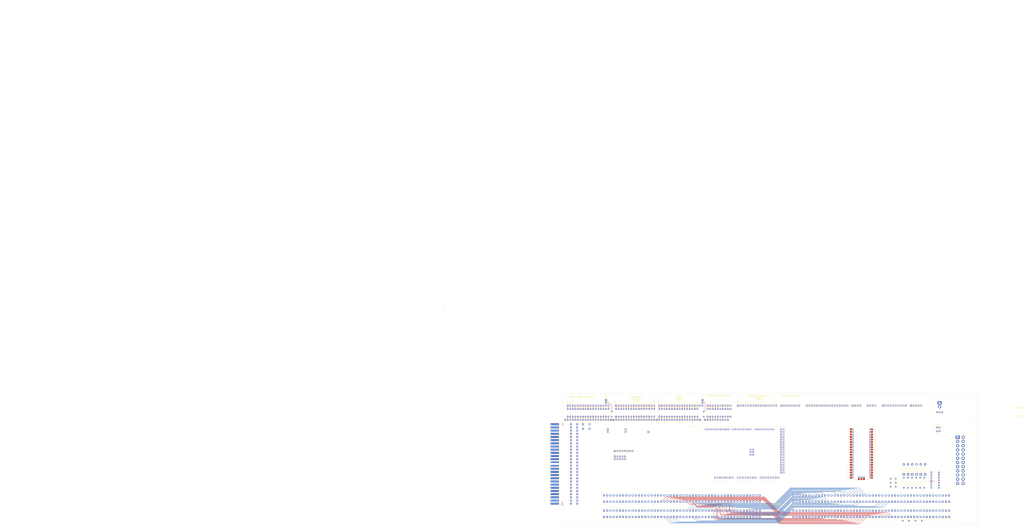
<source format=kicad_pcb>
(kicad_pcb (version 20221018) (generator pcbnew)
  (title_block (title "Nova 1200 front panel") (date "2019-05-19") (rev "Rev 3") (company "Marcel van Herk") (comment 1 "Suitable for Arduino Nano or Teensy 3.2") (comment 2 "Fix: remove track to C19 and connected to VCC instead") (comment 3 "Fix: correctly connect AC3 switch, correct SCK, SSCK") (comment 4 "Fix: switch holes 1.4, serial/light, cloop"))
  (layers (0 "F.Cu" signal) (31 "B.Cu" signal) (36 "B.SilkS" user "B.Silkscreen") (37 "F.SilkS" user "F.Silkscreen") (38 "B.Mask" user) (39 "F.Mask" user) (44 "Edge.Cuts" user))
  (net 0 "")
  (net 1 "GND")
  (net 2 "~{PL}")
  (net 3 "~{CON RQ}")
  (net 4 "Net-(C3-Pad1)")
  (net 5 "Net-(C4-Pad1)")
  (net 6 "Net-(C5-Pad1)")
  (net 7 "+5V")
  (net 8 "Net-(D1-A)")
  (net 9 "Net-(D2-K)")
  (net 10 "Net-(D3-A)")
  (net 11 "Net-(D4-K)")
  (net 12 "Net-(D5-A)")
  (net 13 "Net-(D6-K)")
  (net 14 "~{MEM15}")
  (net 15 "~{MEM14}")
  (net 16 "~{MBO13}")
  (net 17 "~{MEM12}")
  (net 18 "~{MBO11}")
  (net 19 "~{MEM9}")
  (net 20 "~{MBO9}")
  (net 21 "~{MBO7}")
  (net 22 "~{MEM6}")
  (net 23 "~{MBO5}")
  (net 24 "~{MBO14}")
  (net 25 "~{MEM2}")
  (net 26 "~{MBO1}")
  (net 27 "~{MBO2}")
  (net 28 "~{MBO4}")
  (net 30 "~{MBO8}")
  (net 31 "RESTART ENABLE")
  (net 32 "~{RST}")
  (net 33 "~{CON INST}")
  (net 34 "~{ISTP}")
  (net 35 "~{ION}")
  (net 36 "~{RUN}")
  (net 37 "~{MBO15}")
  (net 38 "~{MEM13}")
  (net 39 "~{MBO12}")
  (net 40 "~{MEM11}")
  (net 41 "~{MEM10}")
  (net 42 "+12V Lamp")
  (net 43 "~{MEM8}")
  (net 44 "~{MBO6}")
  (net 45 "~{MEM5}")
  (net 46 "~{MEM4}")
  (net 47 "~{MBO3}")
  (net 48 "~{MEM0}")
  (net 49 "~{MEM1}")
  (net 50 "~{MEM7}")
  (net 51 "~{MEM3}")
  (net 52 "~{MBO10}")
  (net 53 "~{STOP}")
  (net 54 "~{CON DATA}")
  (net 55 "~{CONT+ISTP+MSTP}")
  (net 56 "~{MSTP}")
  (net 57 "~{CARRY}")
  (net 58 "~{FETCH}")
  (net 59 "~{EXEC}")
  (net 60 "~{DEFER}")
  (net 61 "~{POWER FAIL}")
  (net 64 "+5V OK")
  (net 65 "MEM OK")
  (net 70 "Entrex P10.19")
  (net 72 "Entrex P10.30")
  (net 73 "~{MSKO}")
  (net 74 "INTA")
  (net 75 "DATIB")
  (net 76 "DATIA")
  (net 77 "~{DS3}")
  (net 78 "~{EXT LOAD}")
  (net 79 "DATOC")
  (net 80 "CLR")
  (net 81 "STRT")
  (net 82 "DATIC")
  (net 83 "DATOB")
  (net 85 "DATOA")
  (net 87 "~{DCHA}")
  (net 89 "~{DS4}")
  (net 91 "~{DS5}")
  (net 93 "~{DS2}")
  (net 95 "~{DS1}")
  (net 97 "IO RST")
  (net 99 "~{DS0}")
  (net 100 "LOAD IR")
  (net 101 "IO PLS")
  (net 104 "~{LOAD AC}")
  (net 107 "~{SELD}")
  (net 109 "~{SELB}")
  (net 112 "~{FORCE LOAD IR}")
  (net 114 "~{MD SEL1}")
  (net 116 "~{WAS JSR}")
  (net 118 "~{DIV}")
  (net 119 "~{TEST}")
  (net 124 "~{WHOA}")
  (net 125 "~{MA LOAD}")
  (net 130 "~{DCHM0}")
  (net 132 "STROBE")
  (net 133 "~{DCHM1}")
  (net 134 "unconnected-(J3-Pin_23-Pad23)")
  (net 137 "~{INTR}")
  (net 138 "INHIBIT")
  (net 140 "DCHO")
  (net 142 "~{DCHR}")
  (net 144 "DCHI")
  (net 146 "OVFLO")
  (net 148 "~{RQENB}")
  (net 149 "~{INH TRANS}")
  (net 151 "CLK FLOP")
  (net 154 "Entrex Backplane S01B53 to S13B53")
  (net 156 "~{DATA7}")
  (net 157 "~{DATA14}")
  (net 158 "~{DATA5}")
  (net 159 "~{DATA11}")
  (net 160 "~{DATA12}")
  (net 161 "~{DATA8}")
  (net 162 "~{DATA4}")
  (net 163 "~{DATA0}")
  (net 164 "~{DATA9}")
  (net 165 "~{DATA13}")
  (net 166 "~{DATA1}")
  (net 167 "~{DATA15}")
  (net 169 "~{SKIP}")
  (net 171 "~{DATA3}")
  (net 172 "MB LOAD")
  (net 173 "~{DATA10}")
  (net 175 "~{MBO0}")
  (net 178 "~{DATA2}")
  (net 179 "~{READ IO}")
  (net 182 "~{MB CLEAR}")
  (net 183 "~{READ1}")
  (net 184 "~{DRIVE IO}")
  (net 186 "~{READ2}")
  (net 187 "~{SHIFT3}")
  (net 189 "~{SHIFT2}")
  (net 190 "~{SHIFT0}")
  (net 191 "~{DATA6}")
  (net 192 "~{SHIFT1}")
  (net 193 "+3v3")
  (net 194 "GND After Meter")
  (net 195 "PWR_OK")
  (net 198 "Power SW")
  (net 204 "RINH0")
  (net 205 "-5V")
  (net 206 "RINH1")
  (net 207 "INH GND")
  (net 208 "RINH2")
  (net 209 "+VINH")
  (net 210 "RINH3")
  (net 212 "RINH4")
  (net 213 "RINH5")
  (net 214 "RINH7")
  (net 215 "RINH6")
  (net 216 "RINH8")
  (net 217 "RINH11")
  (net 218 "RINH10")
  (net 219 "RINH9")
  (net 220 "RINH13")
  (net 221 "RINH15")
  (net 222 "RINH12")
  (net 223 "RINH14")
  (net 252 "~{DCHP OUT}")
  (net 253 "~{DCHP IN}")
  (net 254 "~{INTP OUT}")
  (net 255 "~{INTP IN}")
  (net 256 "60Hz")
  (net 257 "~{BMA LOAD}")
  (net 270 "+V MEM")
  (net 279 "~{RELOAD DISABLE}")
  (net 280 "ROS")
  (net 281 "~{EXT SELECT}")
  (net 282 "~{INHIBIT SELECT}")
  (net 287 "Net-(XA1-RESET)")
  (net 288 "Net-(U1-Pad13)")
  (net 289 "Net-(U1-Pad11)")
  (net 290 "Net-(U1-Pad6)")
  (net 291 "UART_TX")
  (net 292 "UART_RX")
  (net 359 "Logic1")
  (net 360 "Logic2")
  (net 361 "Logic3")
  (net 362 "Logic4")
  (net 363 "Logic5")
  (net 364 "Logic6")
  (net 365 "Logic7")
  (net 366 "Logic8")
  (net 369 "Net-(RN1-R1)")
  (net 370 "Net-(RN1-R2)")
  (net 371 "Net-(RN1-R3)")
  (net 372 "Net-(RN1-R4)")
  (net 373 "Net-(RN1-R5)")
  (net 374 "Net-(RN1-R6)")
  (net 375 "Net-(RN1-R7)")
  (net 376 "Net-(RN1-R8)")
  (net 377 "Net-(RN1-R9)")
  (net 378 "Net-(RN2-R8)")
  (net 379 "Net-(RN2-R7)")
  (net 380 "Net-(RN2-R6)")
  (net 381 "Net-(RN2-R5)")
  (net 382 "Net-(RN2-R4)")
  (net 383 "Net-(RN2-R3)")
  (net 384 "Net-(RN2-R2)")
  (net 385 "Net-(RN2-R1)")
  (net 386 "Net-(D7-K)")
  (net 387 "Net-(RN3-R1)")
  (net 388 "Net-(RN3-R2)")
  (net 389 "Net-(RN3-R3)")
  (net 390 "Net-(RN3-R4)")
  (net 391 "Net-(RN3-R5)")
  (net 392 "Net-(RN3-R6)")
  (net 393 "Net-(RN3-R7)")
  (net 394 "Net-(RN3-R8)")
  (net 395 "Net-(RN3-R9)")
  (net 396 "Net-(RN4-R7)")
  (net 397 "Net-(RN4-R1)")
  (net 398 "Net-(RN4-R2)")
  (net 399 "Net-(RN4-R3)")
  (net 400 "Net-(RN4-R4)")
  (net 401 "Net-(RN4-R5)")
  (net 402 "Net-(RN4-R6)")
  (net 403 "Net-(RN5-R1)")
  (net 404 "Net-(RN5-R2)")
  (net 405 "Net-(RN5-R3)")
  (net 406 "Net-(RN5-R4)")
  (net 407 "Net-(RN5-R5)")
  (net 408 "Net-(RN5-R6)")
  (net 409 "Net-(RN5-R7)")
  (net 410 "Net-(RN5-R8)")
  (net 411 "Net-(RN5-R9)")
  (net 412 "Net-(RN6-R7)")
  (net 413 "Net-(RN6-R1)")
  (net 414 "Net-(RN6-R2)")
  (net 415 "Net-(RN6-R3)")
  (net 416 "Net-(RN6-R4)")
  (net 417 "Net-(RN6-R5)")
  (net 418 "Net-(RN6-R6)")
  (net 419 "Net-(D8-K)")
  (net 420 "Net-(RN7-R1)")
  (net 421 "Net-(RN7-R2)")
  (net 422 "Net-(RN7-R3)")
  (net 423 "Net-(RN7-R4)")
  (net 424 "Net-(RN7-R5)")
  (net 425 "Net-(RN7-R6)")
  (net 426 "Net-(RN7-R7)")
  (net 427 "Net-(RN7-R8)")
  (net 428 "Net-(RN7-R9)")
  (footprint "Button_Switch_Keyboard:nova frontpanel layout" (layer "F.Cu") (at -309.245 -307.34)
    (fp_text reference "FPIMAGE1" hide)
    (fp_text value "MountingHole" hide)
  )
  (footprint "Resistor_THT:R_Array_SIP10" (layer "F.Cu") (at 30.48 46.99)
    (fp_text reference "RN1" hide)
    (fp_text value "R_Network09_US" hide)
  )
  (footprint "Connector_PinHeader_2.54mm:PinHeader_1x02_P2.54mm_Vertical" (layer "F.Cu") (at 404.485 58.42 -90)
    (fp_text reference "JP4")
    (fp_text value "Vipass Ammeter")
  )
  (footprint "Connector_PinHeader_2.54mm:PinHeader_1x02_P2.54mm_Vertical" (layer "F.Cu") (at 73.025 56.515)
    (fp_text reference "JP2")
    (fp_text value "Entrex ~{M CON DATA}")
  )
  (footprint "Resistor_THT:R_Axial_DIN0207_L6.3mm_D2.5mm_P10.16mm_Horizontal" (layer "F.Cu") (at 376.95 114.935 90)
    (fp_text reference "R3")
    (fp_text value "4.7k")
  )
  (footprint "Resistor_THT:R_Array_SIP10" (layer "F.Cu") (at 170.18 46.99)
    (fp_text reference "RN7" hide)
    (fp_text value "R_Network09_US" hide)
  )
  (footprint "Capacitor_THT:C_Disc_D6.0mm_W2.5mm_P5.00mm" (layer "F.Cu") (at 355.6 113.905)
    (fp_text reference "C5")
    (fp_text value "C")
  )
  (footprint "Resistor_THT:R_Axial_DIN0207_L6.3mm_D2.5mm_P10.16mm_Horizontal" (layer "F.Cu") (at 368.78 104.775 -90)
    (fp_text reference "R1")
    (fp_text value "1k")
  )
  (footprint "Connector_PinHeader_2.54mm:PinHeader_1x02_P2.54mm_Vertical" (layer "F.Cu") (at 90.805 56.515)
    (fp_text reference "JP3")
    (fp_text value "Entrex ~{M CON INST}")
  )
  (footprint "Forgotten Machines:XK-001_Volt-Amp_Meter - Backside" (layer "F.Cu") (at 419.735 36.195)
    (fp_text reference "MES1" hide)
    (fp_text value "XK-001")
  )
  (footprint "Forgotten Machines:LED Bar 10" (layer "F.Cu") (at 81.28 43.815)
    (fp_text reference "BAR3" hide)
    (fp_text value "LED Bar 10" hide)
  )
  (footprint "Connector_PinHeader_2.54mm:PinHeader_1x10_P2.54mm_Vertical" (layer "F.Cu") (at 347.98 32.639 90)
    (fp_text reference "J11" hide)
    (fp_text value "CPU Option Inputs")
  )
  (footprint "Diode_THT:D_DO-41_SOD81_P10.16mm_Horizontal" (layer "F.Cu") (at 381.48 101.6 90)
    (fp_text reference "D4")
    (fp_text value "1N4004")
  )
  (footprint "Resistor_THT:R_Array_SIP9" (layer "F.Cu") (at 76.2 46.99 180)
    (fp_text reference "RN2" hide)
    (fp_text value "R_Network08_US")
  )
  (footprint "Connector_PinHeader_2.54mm:PinHeader_1x05_P2.54mm_Vertical" (layer "F.Cu") (at 375.92 32.766 90)
    (fp_text reference "J17" hide)
    (fp_text value "CPU Option Outputs")
  )
  (footprint "Resistor_THT:R_Array_SIP10" (layer "F.Cu") (at 78.74 46.99)
    (fp_text reference "RN3" hide)
    (fp_text value "R_Network09_US" hide)
  )
  (footprint "Resistor_THT:R_Axial_DIN0207_L6.3mm_D2.5mm_P10.16mm_Horizontal" (layer "F.Cu") (at 381 114.935 90)
    (fp_text reference "R4")
    (fp_text value "4.7k")
  )
  (footprint "Connector_PinHeader_2.54mm:PinHeader_1x17_P2.54mm_Vertical" (layer "F.Cu") (at 33.02 32.766 90)
    (fp_text reference "J9" hide)
    (fp_text value "Front Panel Controls")
  )
  (footprint "Forgotten Machines:RPi_Pico_SMD_TH" (layer "F.Cu") (at 326.39 80.645)
    (fp_text reference "U2")
    (fp_text value "Pico")
  )
  (footprint "Forgotten Machines:PinHeader_2x05_P2.54mm_Vertical - Backside" (layer "F.Cu") (at 80.01 83.693 90)
    (fp_text reference "J19" hide)
    (fp_text value "Logic 8 CH")
  )
  (footprint "Forgotten Machines:LED Bar 10" (layer "F.Cu") (at 124.46 43.815)
    (fp_text reference "BAR5" hide)
    (fp_text value "LED Bar 10" hide)
  )
  (footprint "Resistor_THT:R_Array_SIP10" (layer "F.Cu") (at 121.92 46.99)
    (fp_text reference "RN5" hide)
    (fp_text value "R_Network09_US" hide)
  )
  (footprint "Resistor_THT:R_Axial_DIN0207_L6.3mm_D2.5mm_P10.16mm_Horizontal" (layer "F.Cu") (at 385.05 114.935 90)
    (fp_text reference "R5")
    (fp_text value "10k")
  )
  (footprint "Forgotten Machines:DG Nova Front Panel Card Edge" (layer "F.Cu") (at 18.23 90.915)
    (fp_text reference "J5" hide)
    (fp_text value "Front Panel Card Edge" hide)
    (fp_line (start -2.42 -41.295) (end -2.42 -0.795) (stroke (width 0.05)) (layer "Edge.Cuts"))
    (fp_line (start -2.42 -0.795) (end 12.58 -0.795) (stroke (width 0.05)) (layer "Edge.Cuts"))
    (fp_line (start -2.42 1.205) (end 12.58 1.205) (stroke (width 0.05)) (layer "Edge.Cuts"))
    (fp_line (start -2.42 41.705) (end -2.42 1.205) (stroke (width 0.05)) (layer "Edge.Cuts"))
    (fp_line (start -1.42 -42.295) (end 8.58 -42.295) (stroke (width 0.05)) (layer "Edge.Cuts"))
    (fp_line (start -1.42 42.705) (end 8.58 42.705) (stroke (width 0.05)) (layer "Edge.Cuts"))
    (fp_line (start 9.58 -43.295) (end 9.58 -55.795) (stroke (width 0.05)) (layer "Edge.Cuts"))
    (fp_line (start 9.58 43.705) (end 9.58 56.205) (stroke (width 0.05)) (layer "Edge.Cuts"))
    (fp_arc (start -2.42 -41.295) (mid -2.127102 -42.002102) (end -1.42 -42.295) (stroke (width 0.05)) (layer "Edge.Cuts"))
    (fp_arc (start -1.42 42.705) (mid -2.127109 42.412109) (end -2.42 41.705) (stroke (width 0.05)) (layer "Edge.Cuts"))
    (fp_arc (start 8.58 42.705) (mid 9.287107 42.997893) (end 9.58 43.705) (stroke (width 0.05)) (layer "Edge.Cuts"))
    (fp_arc (start 9.58 -55.795) (mid 9.872899 -56.502101) (end 10.58 -56.795) (stroke (width 0.05)) (layer "Edge.Cuts"))
    (fp_arc (start 9.58 -43.295) (mid 9.287113 -42.587887) (end 8.58 -42.295) (stroke (width 0.05)) (layer "Edge.Cuts"))
    (fp_arc (start 10.58 57.205) (mid 9.872893 56.912107) (end 9.58 56.205) (stroke (width 0.05)) (layer "Edge.Cuts"))
    (fp_arc (start 12.58 -0.795) (mid 13.58 0.205) (end 12.58 1.205) (stroke (width 0.05)) (layer "Edge.Cuts"))
  )
  (footprint "Diode_THT:D_DO-41_SOD81_P10.16mm_Horizontal" (layer "F.Cu") (at 377.23 101.6 90)
    (fp_text reference "D3")
    (fp_text value "1N4004")
  )
  (footprint "Forgotten Machines:DG NOVA Backplane Connector - Backside" (layer "F.Cu") (at 145.78 125.65)
    (fp_text reference "J15" hide)
    (fp_text value "Slot_02x50_Odd_Even" hide)
  )
  (footprint "Forgotten Machines:Disc Capacitor Common Entrex Trapezoid" (layer "F.Cu") (at 382.905 147.74)
    (fp_text reference "C1" hide)
    (fp_text value "CAP_Disc_Common_-_Entrex_Trapezoid" hide)
  )
  (footprint "Forgotten Machines:LED Bar 7" (layer "F.Cu") (at 58.42 43.815)
    (fp_text reference "BAR2" hide)
    (fp_text value "LED Bar 10" hide)
  )
  (footprint "Diode_THT:D_DO-41_SOD81_P10.16mm_Horizontal" (layer "F.Cu") (at 385.73 101.6 90)
    (fp_text reference "D5")
    (fp_text value "1N4004")
  )
  (footprint "Resistor_THT:R_Array_SIP8" (layer "F.Cu") (at 165.1 46.99 180)
    (fp_text reference "RN6" hide)
    (fp_text value "R_Network07_US")
  )
  (footprint "Connector_PinHeader_2.54mm:PinHeader_1x10_P2.54mm_Vertical" (layer "F.Cu") (at 172.72 32.766 90)
    (fp_text reference "J18" hide)
    (fp_text value "MEM Control Outputs")
  )
  (footprint "LED_THT:LED_D1.8mm_W3.3mm_H2.4mm" (layer "F.Cu") (at 167.64 27.305 -90)
    (fp_text reference "D8" hide)
    (fp_text value "LED" hide)
  )
  (footprint "Forgotten Machines:Connector_2x12_P4.2mmx5.5mm (ATX Plug)" (layer "F.Cu") (at 422.51 64.61 90)
    (fp_text reference "J4")
    (fp_text value "ATX-24" hide)
  )
  (footprint "Forgotten Machines:Disc Capacitor Common Entrex Trapezoid" (layer "F.Cu") (at 370.205 147.74)
    (fp_text reference "C2" hide)
    (fp_text value "CAP_Disc_Common_-_Entrex_Trapezoid" hide)
  )
  (footprint "Diode_THT:D_DO-41_SOD81_P10.16mm_Horizontal" (layer "F.Cu") (at 372.98 101.6 90)
    (fp_text reference "D2")
    (fp_text value "1N4004")
  )
  (footprint "Connector_PinHeader_2.54mm:PinHeader_1x16_P2.54mm_Vertical" (layer "F.Cu") (at 81.28 32.766 90)
    (fp_text reference "J6" hide)
    (fp_text value "MBO")
  )
  (footprint "Forgotten Machines:DG NOVA Backplane Connector - Frontside" (layer "F.Cu") (at 336.82 140.98)
    (fp_text reference "J2" hide)
    (fp_text value "~" hide)
  )
  (footprint "Forgotten Machines:LED Bar 6" (layer "F.Cu") (at 149.86 43.815)
    (fp_text reference "BAR6" hide)
    (fp_text value "LED Bar 10" hide)
  )
  (footprint "Connector_PinHeader_2.54mm:PinHeader_1x18_P2.54mm_Vertical" (layer "F.Cu") (at 124.46 32.766 90)
    (fp_text reference "J7" hide)
    (fp_text value "MEM")
  )
  (footprint "Forgotten Machines:DG NOVA Front Pannel Connector - Backside" (layer "F.Cu") (at 39.195 90.435)
    (fp_text reference "J1")
    (fp_text value "Front Panel Socket - Backside")
  )
  (footprint "Resistor_THT:R_Axial_DIN0204_L3.6mm_D1.6mm_P5.08mm_Horizontal" (layer "F.Cu") (at 168.91 43.815 90)
    (fp_text reference "R8" hide)
    (fp_text value "R_US" hide)
  )
  (footprint "Resistor_THT:R_Axial_DIN0207_L6.3mm_D2.5mm_P10.16mm_Horizontal" (layer "F.Cu") (at 372.9 114.935 90)
    (fp_text reference "R2")
    (fp_text value "10k")
  )
  (footprint "Resistor_THT:R_Array_SIP8" (layer "F.Cu") (at 121.92 46.99 180)
    (fp_text reference "RN4" hide)
    (fp_text value "R_Network07_US" hide)
  )
  (footprint "Connector_PinHeader_2.54mm:PinHeader_1x16_P2.54mm_Vertical" (layer "F.Cu") (at 203.2 32.766 90)
    (fp_text reference "J8" hide)
    (fp_text value "Data Channel")
  )
  (footprint "Connector_PinHeader_2.54mm:PinHeader_1x17_P2.54mm_Vertical" (layer "F.Cu") (at 271.78 32.766 90)
    (fp_text reference "J10" hide)
    (fp_text value "Front Panel Controls")
  )
  (footprint "Button_Switch_THT:SW_PUSH_6mm" (layer "F.Cu") (at 48.26 51.435)
    (fp_text reference "SW1" hide)
    (fp_text value "SW_Push")
  )
  (footprint "Forgotten Machines:DG NOVA Backplane Connector - Backside" (layer "F.Cu") (at 335.01 125.73)
    (fp_text reference "J16" hide)
    (fp_text value "Slot_02x50_Odd_Even" hide)
  )
  (footprint "Connector_PinHeader_2.54mm:PinHeader_1x08_P2.54mm_Vertical" (layer "F.Cu") (at 246.38 32.766 90)
    (fp_text reference "J12" hide)
    (fp_text value "Data Channel")
  )
  (footprint "Resistor_THT:R_Axial_DIN0204_L3.6mm_D1.6mm_P5.08mm_Horizontal" (layer "F.Cu") (at 76.835 43.815 90)
    (fp_text reference "R7" hide)
    (fp_text value "R_US" hide)
  )
  (footprint "Resistor_THT:R_Axial_DIN0207_L6.3mm_D2.5mm_P10.16mm_Horizontal" (layer "F.Cu") (at 389.1 114.935 90)
    (fp_text reference "R6")
    (fp_text value "1k")
  )
  (footprint "Forgotten Machines:DG NOVA Backplane Connector - Frontside" (layer "F.Cu") (at 147.59 140.97)
    (fp_text reference "J3" hide)
    (fp_text value "~" hide)
  )
  (footprint "LED_THT:LED_D1.8mm_W3.3mm_H2.4mm" (layer "F.Cu") (at 71.12 27.305 -90)
    (fp_text reference "D7" hide)
    (fp_text value "LED" hide)
  )
  (footprint "Connector_PinHeader_2.54mm:PinHeader_1x08_P2.54mm_Vertical" (layer "F.Cu") (at 80.01 78.105 90)
    (fp_text reference "J20" hide)
    (fp_text value "Logic 8 CH")
  )
  (footprint "Connector_PinHeader_2.54mm:PinHeader_1x01_P2.54mm_Vertical" (layer "F.Cu") (at 113.665 59.055)
    (fp_text reference "TP1")
    (fp_text value "Entrex Backplane S01B53 to S13B53")
  )
  (footprint "Forgotten Machines:LED Bar 10" (layer "F.Cu") (at 33.02 43.815)
    (fp_text reference "BAR1" hide)
    (fp_text value "LED Bar 10" hide)
  )
  (footprint "Connector_PinHeader_2.54mm:PinHeader_1x04_P2.54mm_Vertical" (layer "F.Cu") (at 317.5 32.766 90)
    (fp_text reference "J13" hide)
    (fp_text value "Program Interrupt")
  )
  (footprint "Forgotten Machines:Arduino_Mega2560_Shield" (layer "F.Cu") (at 152.019 107.315)
    (fp_text reference "XA1")
    (fp_text value "Arduino_Mega2560_Shield")
  )
  (footprint "Forgotten Machines:LED Bar 6" (layer "F.Cu") (at 106.68 43.7075)
    (fp_text reference "BAR4" hide)
    (fp_text value "LED Bar 10" hide)
  )
  (footprint "Package_DIP:DIP-14_W7.62mm" (layer "F.Cu") (at 396.24 99.695)
    (fp_text reference "U1")
    (fp_text value "74HC14")
  )
  (footprint "Diode_THT:D_DO-41_SOD81_P10.16mm_Horizontal" (layer "F.Cu") (at 368.73 101.6 90)
    (fp_text reference "D1")
    (fp_text value "1N4004")
  )
  (footprint "Connector_PinHeader_2.54mm:PinHeader_1x04_P2.54mm_Vertical" (layer "F.Cu") (at 332.74 32.639 90)
    (fp_text reference "J14" hide)
    (fp_text value "System Control")
  )
  (footprint "Capacitor_THT:C_Disc_D6.0mm_W2.5mm_P5.00mm" (layer "F.Cu") (at 355.6 105.805)
    (fp_text reference "C3")
    (fp_text value "C")
  )
  (footprint "Diode_THT:D_DO-41_SOD81_P10.16mm_Horizontal" (layer "F.Cu") (at 389.98 101.6 90)
    (fp_text reference "D6")
    (fp_text value "1N4004")
  )
  (footprint "Capacitor_THT:C_Disc_D6.0mm_W2.5mm_P5.00mm" (layer "F.Cu") (at 355.6 109.855)
    (fp_text reference "C4")
    (fp_text value "C")
  )
  (footprint "Forgotten Machines:LED Bar 10" (layer "F.Cu") (at 172.72 43.815)
    (fp_text reference "BAR7" hide)
    (fp_text value "LED Bar 10" hide)
  )
  (footprint "Connector_PinHeader_2.54mm:PinHeader_1x02_P2.54mm_Vertical" (layer "F.Cu") (at 404.485 54.61 -90)
    (fp_text reference "JP1")
    (fp_text value "Vipass Ammeter" hide)
  )
  (gr_rect (start 396.865 52.07) (end 409.565 62.23) (stroke (width 0.15)) (fill none) (layer "F.SilkS"))
  (gr_line (start 442.595 20.32) (end 442.595 151.765) (stroke (width 0.15)) (layer "Edge.Cuts"))
  (gr_line (start 27.81 35.29) (end 27.81 20.32) (stroke (width 0.15)) (layer "Edge.Cuts"))
  (gr_arc (start 28.449013 151.765987) (mid 28 151.58) (end 27.814013 151.130987) (stroke (width 0.15)) (layer "Edge.Cuts"))
  (gr_line (start 27.813 147.0406) (end 27.814013 151.130987) (stroke (width 0.15)) (layer "Edge.Cuts"))
  (gr_line (start 28.449013 151.765987) (end 433.096413 151.765987) (stroke (width 0.15)) (layer "Edge.Cuts"))
  (gr_line (start 442.595 20.32) (end 27.81 20.32) (stroke (width 0.15)) (layer "Edge.Cuts"))
  (gr_line (start 442.595 151.765) (end 432.562 151.765) (stroke (width 0.15)) (layer "Edge.Cuts"))
  (gr_text "2\n" (at 85.725 31.115) (layer "F.SilkS") (effects (font (size 1 1)) (justify left bottom)))
  (gr_text "5" (at 93.345 31.115) (layer "F.SilkS") (effects (font (size 1 1)) (justify left bottom)))
  (gr_text "2\n" (at 207.645 31.115) (layer "F.SilkS") (effects (font (size 1 1)) (justify left bottom)))
  (gr_text "Front Panel Controls" (at 34.925 24.765) (layer "F.SilkS") (effects (font (size 1.5 1.5) (thickness 0.3) bold) (justify left bottom)))
  (gr_text "7" (at 220.345 31.115) (layer "F.SilkS") (effects (font (size 1 1)) (justify left bottom)))
  (gr_text "2\n" (at 128.905 31.115) (layer "F.SilkS") (effects (font (size 1 1)) (justify left bottom)))
  (gr_text "Resistor Blocks\nShare Pin 1 Hole" (at 120.65 49.53) (layer "F.SilkS") (effects (font (size 0.25 0.25) (thickness 0.0625)) (justify left bottom)))
  (gr_text "~{MBO15}" (at 118.11 31.115 270) (layer "F.SilkS") (effects (font (size 1 1)) (justify right bottom)))
  (gr_text "~{ION}" (at 34.29 31.115 270) (layer "F.SilkS") (effects (font (size 1 1)) (justify right bottom)))
  (gr_text "10" (at 148.59 31.115) (layer "F.SilkS") (effects (font (size 1 1)) (justify left bottom)))
  (gr_text "5" (at 215.265 31.115) (layer "F.SilkS") (effects (font (size 1 1)) (justify left bottom)))
  (gr_text "6" (at 139.065 31.115) (layer "F.SilkS") (effects (font (size 1 1)) (justify left bottom)))
  (gr_text "12" (at 110.49 31.115) (layer "F.SilkS") (effects (font (size 1 1)) (justify left bottom)))
  (gr_text "9" (at 146.685 31.115) (layer "F.SilkS") (effects (font (size 1 1)) (justify left bottom)))
  (gr_text "11\n" (at 151.13 31.115) (layer "F.SilkS") (effects (font (size 1 1)) (justify left bottom)))
  (gr_text "Data Channel" (at 245.745 24.13) (layer "F.SilkS") (effects (font (size 2 2) (thickness 0.3)) (justify left bottom)))
  (gr_text "7" (at 98.425 31.115) (layer "F.SilkS") (effects (font (size 1 1)) (justify left bottom)))
  (gr_text "3" (at 88.265 31.115) (layer "F.SilkS") (effects (font (size 1 1)) (justify left bottom)))
  (gr_text "4" (at 133.985 31.115) (layer "F.SilkS") (effects (font (size 1 1)) (justify left bottom)))
  (gr_text "8" (at 222.885 31.115) (layer "F.SilkS") (effects (font (size 1 1)) (justify left bottom)))
  (gr_text "14" (at 158.75 31.115) (layer "F.SilkS") (effects (font (size 1 1)) (justify left bottom)))
  (gr_text "Data\n~{MEM}\n" (at 140.97 28.575) (layer "F.SilkS") (effects (font (size 2 2) (thickness 0.3)) (justify left bottom)))
  (gr_text "9" (at 225.425 31.115) (layer "F.SilkS") (effects (font (size 1 1)) (justify left bottom)))
  (gr_text "1" (at 205.105 31.115) (layer "F.SilkS") (effects (font (size 1 1)) (justify left bottom)))
  (gr_text "4" (at 90.805 31.115) (layer "F.SilkS") (effects (font (size 1 1)) (justify left bottom)))
  (gr_text "~{MBO0}" (at 80.01 31.115 270) (layer "F.SilkS") (effects (font (size 1 1)) (justify right bottom)))
  (gr_text "6" (at 217.805 31.115) (layer "F.SilkS") (effects (font (size 1 1)) (justify left bottom)))
  (gr_text "~{DATA15}" (at 240.03 31.115 270) (layer "F.SilkS") (effects (font (size 1 1)) (justify right bottom)))
  (gr_text "3" (at 131.445 31.115) (layer "F.SilkS") (effects (font (size 1 1)) (justify left bottom)))
  (gr_text "~{FETCH}" (at 36.83 31.115 270) (layer "F.SilkS") (effects (font (size 1 1)) (justify right bottom)))
  (gr_text "~{MEM0}" (at 123.19 31.115 270) (layer "F.SilkS") (effects (font (size 1 1)) (justify right bottom)))
  (gr_text "1" (at 83.185 31.115) (layer "F.SilkS") (effects (font (size 1 1)) (justify left bottom)))
  (gr_text "RESTART\nENABLE" (at 69.85 26.035 270) (layer "F.SilkS") (effects (font (size 0.8 0.8)) (justify right bottom)))
  (gr_text "8" (at 100.965 31.115) (layer "F.SilkS") (effects (font (size 1 1)) (justify left bottom)))
  (gr_text "~{DATA0}" (at 201.93 31.115 270) (layer "F.SilkS") (effects (font (size 1 1)) (justify right bottom)))
  (gr_text "11\n" (at 107.95 31.115) (layer "F.SilkS") (effects (font (size 1 1)) (justify left bottom)))
  (gr_text "~{RUN}" (at 31.75 31.115 270) (layer "F.SilkS") (effects (font (size 1 1)) (justify right bottom)))
  (gr_text "12" (at 153.67 31.115) (layer "F.SilkS") (effects (font (size 1 1)) (justify left bottom)))
  (gr_text "13" (at 234.95 31.115) (layer "F.SilkS") (effects (font (size 1 1)) (justify left bottom)))
  (gr_text "14" (at 237.49 31.115) (layer "F.SilkS") (effects (font (size 1 1)) (justify left bottom)))
  (gr_text "6" (at 95.885 31.115) (layer "F.SilkS") (effects (font (size 1 1)) (justify left bottom)))
  (gr_text "3" (at 210.185 31.115) (layer "F.SilkS") (effects (font (size 1 1)) (justify left bottom)))
  (gr_text "7" (at 141.605 31.115) (layer "F.SilkS") (effects (font (size 1 1)) (justify left bottom)))
  (gr_text "14" (at 115.57 31.115) (layer "F.SilkS") (effects (font (size 1 1)) (justify left bottom)))
  (gr_text "9" (at 103.505 31.115) (layer "F.SilkS") (effects (font (size 1 1)) (justify left bottom)))
  (gr_text "Data Channel\n     ~{DATA}" (at 213.36 27.305) (layer "F.SilkS") (effects (font (size 2 2) (thickness 0.3)) (justify left bottom)))
  (gr_text "10" (at 227.33 31.115) (layer "F.SilkS") (effects (font (size 1 1)) (justify left bottom)))
  (gr_text "12" (at 232.41 31.115) (layer "F.SilkS") (effects (font (size 1 1)) (justify left bottom)))
  (gr_text "MEM OK\n" (at 167.005 26.035 270) (layer "F.SilkS") (effects (font (size 0.8 0.8)) (justify right bottom)))
  (gr_text "1" (at 126.365 31.115) (layer "F.SilkS") (effects (font (size 1 1)) (justify left bottom)))
  (gr_text "10" (at 105.41 31.115) (layer "F.SilkS") (effects (font (size 1 1)) (justify left bottom)))
  (gr_text "MEM Control Outputs" (at 172.085 23.495) (layer "F.SilkS") (effects (font (size 1.5 1.5) (thickness 0.3) bold) (justify left bottom)))
  (gr_text "~{TRY ME}" (at -92.075 -64.135 270) (layer "F.SilkS") (effects (font (size 1 1)) (justify right bottom)))
  (gr_text "Address\n  ~{MBO}" (at 95.25 28.575) (layer "F.SilkS") (effects (font (size 2 2) (thickness 0.3)) (justify left bottom)))
  (gr_text "13" (at 113.03 31.115) (layer "F.SilkS") (effects (font (size 1 1)) (justify left bottom)))
  (gr_text "11\n" (at 229.87 31.115) (layer "F.SilkS") (effects (font (size 1 1)) (justify left bottom)))
  (gr_text "13" (at 156.21 31.115) (layer "F.SilkS") (effects (font (size 1 1)) (justify left bottom)))
  (gr_text "~{MEM15}" (at 161.29 31.115 270) (layer "F.SilkS") (effects (font (size 1 1)) (justify right bottom)))
  (gr_text "5" (at 136.525 31.115) (layer "F.SilkS") (effects (font (size 1 1)) (justify left bottom)))
  (gr_text "8" (at 144.145 31.115) (layer "F.SilkS") (effects (font (size 1 1)) (justify left bottom)))
  (gr_text "4" (at 212.725 31.115) (layer "F.SilkS") (effects (font (size 1 1)) (justify left bottom)))
  (dimension (type aligned) (layer "F.SilkS") (pts (xy 224.79 138.938) (xy 258.445 138.938)) (height -6.858) (gr_text "33.6550 mm" (at 241.6175 130.93) (layer "F.SilkS") (effects (font (size 1 1) (thickness 0.15)))) (format (prefix "") (suffix "") (units 3) (units_format 1) (precision 4)) (style (thickness 0.12) (arrow_length 1.27) (text_position_mode 0) (extension_height 0.58642) (extension_offset 0.5) keep_text_aligned))
  (dimension (type aligned) (layer "F.SilkS") (pts (xy 480.568 47.498) (xy 488.188 47.498)) (height -3.81) (gr_text "7.6200 mm" (at 484.378 42.538) (layer "F.SilkS") (effects (font (size 1 1) (thickness 0.15)))) (format (prefix "") (suffix "") (units 3) (units_format 1) (precision 4)) (style (thickness 0.15) (arrow_length 1.27) (text_position_mode 0) (extension_height 0.58642) (extension_offset 0.5) keep_text_aligned))
  (dimension (type aligned) (layer "F.SilkS") (pts (xy 480.568 39.624) (xy 485.648 39.624)) (height -3.81) (gr_text "5.0800 mm" (at 483.108 34.664) (layer "F.SilkS") (effects (font (size 1 1) (thickness 0.15)))) (format (prefix "") (suffix "") (units 3) (units_format 1) (precision 4)) (style (thickness 0.15) (arrow_length 1.27) (text_position_mode 0) (extension_height 0.58642) (extension_offset 0.5) keep_text_aligned))
  (segment (start 393.7 108.585) (end 400.05 108.585) (width 0.25) (layer "F.Cu") (net 0))
  (segment (start 68.58 32.385) (end 68.58 36.195) (width 0.25) (layer "F.Cu") (net 2))
  (segment (start 53.34 36.195) (end 53.34 32.766) (width 0.25) (layer "F.Cu") (net 3))
  (segment (start 162.56 32.766) (end 162.56 36.150576) (width 0.25) (layer "F.Cu") (net 14))
  (segment (start 162.56 36.150576) (end 162.535248 36.175328) (width 0.25) (layer "F.Cu") (net 14))
  (segment (start 242.567208 140.335) (end 244.21 138.692208) (width 0.25) (layer "B.Cu") (net 14))
  (segment (start 280.72 125.78) (end 283.845 128.905) (width 0.25) (layer "B.Cu") (net 14))
  (segment (start 199.39 144.065) (end 203.12 140.335) (width 0.25) (layer "B.Cu") (net 14))
  (segment (start 203.12 140.335) (end 242.567208 140.335) (width 0.25) (layer "B.Cu") (net 14))
  (segment (start 244.21 138.692208) (end 244.21 138.690812) (width 0.25) (layer "B.Cu") (net 14))
  (segment (start 257.120812 125.78) (end 280.72 125.78) (width 0.25) (layer "B.Cu") (net 14))
  (segment (start 244.21 138.690812) (end 257.120812 125.78) (width 0.25) (layer "B.Cu") (net 14))
  (segment (start 160.02 32.766) (end 160.02 36.195) (width 0.25) (layer "F.Cu") (net 15))
  (segment (start 114.3 32.766) (end 114.3 36.0875) (width 0.25) (layer "F.Cu") (net 16))
  (segment (start 154.94 32.766) (end 154.94 36.195) (width 0.25) (layer "F.Cu") (net 17))
  (segment (start 109.22 32.766) (end 109.22 36.0875) (width 0.25) (layer "F.Cu") (net 18))
  (segment (start 263.445 121.285) (end 264.795 122.635) (width 0.25) (layer "B.Cu") (net 18))
  (segment (start 219.765 136.47) (end 242.736168 136.47) (width 0.25) (layer "B.Cu") (net 18))
  (segment (start 257.921167 121.285) (end 263.445 121.285) (width 0.25) (layer "B.Cu") (net 18))
  (segment (start 218.44 137.795) (end 219.765 136.47) (width 0.25) (layer "B.Cu") (net 18))
  (segment (start 242.736168 136.47) (end 257.921167 121.285) (width 0.25) (layer "B.Cu") (net 18))
  (segment (start 147.32 32.766) (end 147.32 36.195) (width 0.25) (layer "F.Cu") (net 19))
  (segment (start 104.14 32.766) (end 104.14 36.195) (width 0.25) (layer "F.Cu") (net 20))
  (segment (start 214.63 135.255) (end 242.568604 135.255) (width 0.25) (layer "B.Cu") (net 20))
  (segment (start 268.895 120.385) (end 271.145 122.635) (width 0.25) (layer "B.Cu") (net 20))
  (segment (start 242.568604 135.255) (end 257.438604 120.385) (width 0.25) (layer "B.Cu") (net 20))
  (segment (start 257.438604 120.385) (end 268.895 120.385) (width 0.25) (layer "B.Cu") (net 20))
  (segment (start 212.09 137.795) (end 214.63 135.255) (width 0.25) (layer "B.Cu") (net 20))
  (segment (start 99.06 32.766) (end 99.06 36.195) (width 0.25) (layer "F.Cu") (net 21))
  (segment (start 245.11 139.063604) (end 257.493604 126.68) (width 0.25) (layer "B.Cu") (net 21))
  (segment (start 243.841396 140.335) (end 245.11 139.066396) (width 0.25) (layer "B.Cu") (net 21))
  (segment (start 245.11 139.066396) (end 245.11 139.063604) (width 0.25) (layer "B.Cu") (net 21))
  (segment (start 205.74 144.065) (end 208.2 141.605) (width 0.25) (layer "B.Cu") (net 21))
  (segment (start 208.2 141.605) (end 242.57 141.605) (width 0.25) (layer "B.Cu") (net 21))
  (segment (start 242.57 141.605) (end 243.84 140.335) (width 0.25) (layer "B.Cu") (net 21))
  (segment (start 243.84 140.335) (end 243.841396 140.335) (width 0.25) (layer "B.Cu") (net 21))
  (segment (start 257.493604 126.68) (end 275.27 126.68) (width 0.25) (layer "B.Cu") (net 21))
  (segment (start 275.27 126.68) (end 277.495 128.905) (width 0.25) (layer "B.Cu") (net 21))
  (segment (start 139.7 32.766) (end 139.7 36.195) (width 0.25) (layer "F.Cu") (net 22))
  (segment (start 243.205 138.43) (end 256.115812 125.519188) (width 0.25) (layer "B.Cu") (net 22))
  (segment (start 193.04 144.065) (end 197.855 139.25) (width 0.25) (layer "B.Cu") (net 22))
  (segment (start 197.855 139.25) (end 242.379416 139.25) (width 0.25) (layer "B.Cu") (net 22))
  (segment (start 290.195 128.905) (end 285.75 124.46) (width 0.25) (layer "B.Cu") (net 22))
  (segment (start 255.905 125.728604) (end 255.904302 125.729302) (width 0.25) (layer "B.Cu") (net 22))
  (segment (start 242.379416 139.25) (end 243.202208 138.427208) (width 0.25) (layer "B.Cu") (net 22))
  (segment (start 257.16802 124.46) (end 255.904302 125.723718) (width 0.25) (layer "B.Cu") (net 22))
  (segment (start 285.75 124.46) (end 257.16802 124.46) (width 0.25) (layer "B.Cu") (net 22))
  (segment (start 255.905 125.724416) (end 255.905 125.728604) (width 0.25) (layer "B.Cu") (net 22))
  (segment (start 255.904302 125.723718) (end 255.905 125.724416) (width 0.25) (layer "B.Cu") (net 22))
  (segment (start 93.98 36.150576) (end 93.955248 36.175328) (width 0.25) (layer "F.Cu") (net 23))
  (segment (start 93.98 32.766) (end 93.98 36.150576) (width 0.25) (layer "F.Cu") (net 23))
  (segment (start 258.312792 131.58) (end 303.395 131.58) (width 0.25) (layer "B.Cu") (net 23))
  (segment (start 303.395 131.58) (end 306.07 128.905) (width 0.25) (layer "B.Cu") (net 23))
  (segment (start 242.630792 147.262) (end 258.312792 131.58) (width 0.25) (layer "B.Cu") (net 23))
  (segment (start 180.362 147.262) (end 242.630792 147.262) (width 0.25) (layer "B.Cu") (net 23))
  (segment (start 177.165 144.065) (end 180.362 147.262) (width 0.25) (layer "B.Cu") (net 23))
  (segment (start 116.84 32.766) (end 116.84 36.0875) (width 0.25) (layer "F.Cu") (net 24))
  (segment (start 129.54 32.766) (end 129.54 36.195) (width 0.25) (layer "F.Cu") (net 25))
  (segment (start 323.679 114.844) (end 331.47 122.635) (width 0.25) (layer "B.Cu") (net 25))
  (segment (start 151.765 137.795) (end 159.255 130.305) (width 0.25) (layer "B.Cu") (net 25))
  (segment (start 255.610812 114.844) (end 323.679 114.844) (width 0.25) (layer "B.Cu") (net 25))
  (segment (start 240.149812 130.305) (end 255.610812 114.844) (width 0.25) (layer "B.Cu") (net 25))
  (segment (start 159.255 130.305) (end 240.149812 130.305) (width 0.25) (layer "B.Cu") (net 25))
  (segment (start 83.82 32.766) (end 83.82 36.195) (width 0.25) (layer "F.Cu") (net 26))
  (segment (start 86.36 32.766) (end 86.36 36.195) (width 0.25) (layer "F.Cu") (net 27))
  (segment (start 162.328 148.278) (end 158.115 144.065) (width 0.25) (layer "B.Cu") (net 27))
  (segment (start 274.828 132.842) (end 274.066 132.842) (width 0.25) (layer "B.Cu") (net 27))
  (segment (start 325.12 128.905) (end 321.2465 132.7785) (width 0.25) (layer "B.Cu") (net 27))
  (segment (start 243.010396 148.278) (end 162.328 148.278) (width 0.25) (layer "B.Cu") (net 27))
  (segment (start 274.828 132.842) (end 258.446396 132.842) (width 0.25) (layer "B.Cu") (net 27))
  (segment (start 321.2465 132.7785) (end 321.183 132.842) (width 0.25) (layer "B.Cu") (net 27))
  (segment (start 321.183 132.842) (end 274.828 132.842) (width 0.25) (layer "B.Cu") (net 27))
  (segment (start 258.446396 132.842) (end 243.010396 148.278) (width 0.25) (layer "B.Cu") (net 27))
  (segment (start 91.44 32.766) (end 91.44 36.195) (width 0.25) (layer "F.Cu") (net 28))
  (segment (start 242.824 147.828) (end 258.572 132.08) (width 0.25) (layer "B.Cu") (net 28))
  (segment (start 318.77 132.08) (end 321.945 128.905) (width 0.25) (layer "B.Cu") (net 28))
  (segment (start 161.29 144.065) (end 165.053 147.828) (width 0.25) (layer "B.Cu") (net 28))
  (segment (start 258.572 132.08) (end 318.77 132.08) (width 0.25) (layer "B.Cu") (net 28))
  (segment (start 165.053 147.828) (end 242.824 147.828) (width 0.25) (layer "B.Cu") (net 28))
  (segment (start 101.6 32.766) (end 101.6 36.195) (width 0.25) (layer "F.Cu") (net 30))
  (segment (start 257.709772 127.13) (end 257.81 127.13) (width 0.25) (layer "B.Cu") (net 30))
  (segment (start 272.545 127.13) (end 274.32 128.905) (width 0.25) (layer "B.Cu") (net 30))
  (segment (start 257.68 127.13) (end 257.81 127.13) (width 0.25) (layer "B.Cu") (net 30))
  (segment (start 257.81 127.13) (end 272.545 127.13) (width 0.25) (layer "B.Cu") (net 30))
  (segment (start 208.915 144.065) (end 210.74 142.24) (width 0.25) (layer "B.Cu") (net 30))
  (segment (start 210.74 142.24) (end 242.599771 142.24) (width 0.25) (layer "B.Cu") (net 30))
  (segment (start 242.599771 142.24) (end 257.709772 127.13) (width 0.25) (layer "B.Cu") (net 30))
  (segment (start 71.12 29.845) (end 71.12 32.766) (width 0.25) (layer "F.Cu") (net 31))
  (segment (start 73.66 32.385) (end 73.66 36.195) (width 0.25) (layer "F.Cu") (net 32))
  (segment (start 55.88 32.385) (end 55.88 36.195) (width 0.25) (layer "F.Cu") (net 33))
  (segment (start 66.04 32.385) (end 66.04 36.195) (width 0.25) (layer "F.Cu") (net 34))
  (segment (start 35.56 32.385) (end 35.56 36.195) (width 0.25) (layer "F.Cu") (net 35))
  (segment (start 33.02 32.385) (end 33.02 36.195) (width 0.25) (layer "F.Cu") (net 36))
  (segment (start 119.38 36.043076) (end 119.355248 36.067828) (width 0.25) (layer "F.Cu") (net 37))
  (segment (start 119.38 32.766) (end 119.38 36.043076) (width 0.25) (layer "F.Cu") (net 37))
  (segment (start 157.48 32.766) (end 157.48 36.195) (width 0.25) (layer "F.Cu") (net 38))
  (segment (start 111.76 32.766) (end 111.76 36.0875) (width 0.25) (layer "F.Cu") (net 39))
  (segment (start 152.4 32.766) (end 152.4 36.195) (width 0.25) (layer "F.Cu") (net 40))
  (segment (start 149.86 32.766) (end 149.86 36.195) (width 0.25) (layer "F.Cu") (net 41))
  (segment (start 144.78 32.766) (end 144.78 36.195) (width 0.25) (layer "F.Cu") (net 43))
  (segment (start 96.52 32.766) (end 96.52 36.195) (width 0.25) (layer "F.Cu") (net 44))
  (segment (start 277.995 126.23) (end 280.67 128.905) (width 0.25) (layer "B.Cu") (net 44))
  (segment (start 243.838604 139.7) (end 243.84 139.7) (width 0.25) (layer "B.Cu") (net 44))
  (segment (start 205.66 140.97) (end 242.568604 140.97) (width 0.25) (layer "B.Cu") (net 44))
  (segment (start 244.66 138.88) (end 244.66 138.877208) (width 0.25) (layer "B.Cu") (net 44))
  (segment (start 202.565 144.065) (end 205.66 140.97) (width 0.25) (layer "B.Cu") (net 44))
  (segment (start 243.84 139.7) (end 244.66 138.88) (width 0.25) (layer "B.Cu") (net 44))
  (segment (start 244.66 138.877208) (end 257.307208 126.23) (width 0.25) (layer "B.Cu") (net 44))
  (segment (start 257.307208 126.23) (end 277.995 126.23) (width 0.25) (layer "B.Cu") (net 44))
  (segment (start 242.568604 140.97) (end 243.838604 139.7) (width 0.25) (layer "B.Cu") (net 44))
  (segment (start 137.16 36.150576) (end 137.135248 36.175328) (width 0.25) (layer "F.Cu") (net 45))
  (segment (start 137.16 32.766) (end 137.16 36.150576) (width 0.25) (layer "F.Cu") (net 45))
  (segment (start 186.69 144.065) (end 188.465 145.84) (width 0.25) (layer "B.Cu") (net 45))
  (segment (start 295.22 130.23) (end 258.826 130.23) (width 0.25) (layer "B.Cu") (net 45))
  (segment (start 242.027305 145.84) (end 249.174 138.693305) (width 0.25) (layer "B.Cu") (net 45))
  (segment (start 296.545 128.905) (end 295.22 130.23) (width 0.25) (layer "B.Cu") (net 45))
  (segment (start 249.174 138.684) (end 257.628 130.23) (width 0.25) (layer "B.Cu") (net 45))
  (segment (start 249.174 138.693305) (end 249.174 138.684) (width 0.25) (layer "B.Cu") (net 45))
  (segment (start 257.628 130.23) (end 258.826 130.23) (width 0.25) (layer "B.Cu") (net 45))
  (segment (start 188.465 145.84) (end 242.027305 145.84) (width 0.25) (layer "B.Cu") (net 45))
  (segment (start 134.62 32.766) (end 134.62 36.195) (width 0.25) (layer "F.Cu") (net 46))
  (segment (start 242.316 146.304) (end 257.94 130.68) (width 0.25) (layer "B.Cu") (net 46))
  (segment (start 257.94 130.68) (end 297.945 130.68) (width 0.25) (layer "B.Cu") (net 46))
  (segment (start 297.945 130.68) (end 299.72 128.905) (width 0.25) (layer "B.Cu") (net 46))
  (segment (start 185.754 146.304) (end 242.316 146.304) (width 0.25) (layer "B.Cu") (net 46))
  (segment (start 183.515 144.065) (end 185.754 146.304) (width 0.25) (layer "B.Cu") (net 46))
  (segment (start 88.9 32.766) (end 88.9 36.195) (width 0.25) (layer "F.Cu") (net 47))
  (segment (start 318.229 115.744) (end 325.12 122.635) (width 0.25) (layer "B.Cu") (net 47))
  (segment (start 164.705 131.205) (end 240.522604 131.205) (width 0.25) (layer "B.Cu") (net 47))
  (segment (start 255.983604 115.744) (end 318.229 115.744) (width 0.25) (layer "B.Cu") (net 47))
  (segment (start 240.522604 131.205) (end 255.983604 115.744) (width 0.25) (layer "B.Cu") (net 47))
  (segment (start 158.115 137.795) (end 164.705 131.205) (width 0.25) (layer "B.Cu") (net 47))
  (segment (start 124.46 32.766) (end 124.46 36.195) (width 0.25) (layer "F.Cu") (net 48))
  (segment (start 127 32.766) (end 127 36.195) (width 0.25) (layer "F.Cu") (net 49))
  (segment (start 142.24 32.766) (end 142.24 36.195) (width 0.25) (layer "F.Cu") (net 50))
  (segment (start 247.142 138.43) (end 244.602 135.89) (width 0.25) (layer "F.Cu") (net 50))
  (segment (start 248.412 138.43) (end 247.142 138.43) (width 0.25) (layer "F.Cu") (net 50))
  (via (at 248.412 138.43) (size 0.8) (drill 0.4) (layers "F.Cu" "B.Cu") (net 50))
  (via (at 244.602 135.89) (size 0.8) (drill 0.4) (layers "F.Cu" "B.Cu") (net 50))
  (via (at 248.412 138.43) (size 0.8) (drill 0.4) (layers "F.Cu" "B.Cu") (net 50))
  (via (at 248.412 138.43) (size 0.8) (drill 0.4) (layers "F.Cu" "B.Cu") (net 50))
  (segment (start 247.666282 138.446281) (end 248.412 138.43) (width 0.25) (layer "B.Cu") (net 50))
  (segment (start 245.109302 135.889302) (end 244.602698 135.889302) (width 0.25) (layer "B.Cu") (net 50))
  (segment (start 256.981624 124.01) (end 245.109302 135.882322) (width 0.25) (layer "B.Cu") (net 50))
  (segment (start 189.865 144.065) (end 191.19 145.39) (width 0.25) (layer "B.Cu") (net 50))
  (segment (start 244.602698 135.889302) (end 244.602 135.89) (width 0.25) (layer "B.Cu") (net 50))
  (segment (start 245.109302 135.882322) (end 245.11 135.88302) (width 0.25) (layer "B.Cu") (net 50))
  (segment (start 191.19 145.39) (end 240.722563 145.39) (width 0.25) (layer "B.Cu") (net 50))
  (segment (start 288.475 124.01) (end 256.981624 124.01) (width 0.25) (layer "B.Cu") (net 50))
  (segment (start 245.11 135.88302) (end 245.11 135.888604) (width 0.25) (layer "B.Cu") (net 50))
  (segment (start 248.412 138.43) (end 248.395719 138.446281) (width 0.25) (layer "B.Cu") (net 50))
  (segment (start 245.11 135.888604) (end 245.109302 135.889302) (width 0.25) (layer "B.Cu") (net 50))
  (segment (start 240.722563 145.39) (end 247.666282 138.446281) (width 0.25) (layer "B.Cu") (net 50))
  (segment (start 293.37 128.905) (end 288.475 124.01) (width 0.25) (layer "B.Cu") (net 50))
  (segment (start 132.08 32.766) (end 132.08 36.195) (width 0.25) (layer "F.Cu") (net 51))
  (segment (start 106.68 32.766) (end 106.68 36.0875) (width 0.25) (layer "F.Cu") (net 52))
  (segment (start 267.97 128.905) (end 266.645 127.58) (width 0.25) (layer "B.Cu") (net 52))
  (segment (start 257.896167 127.58) (end 242.736167 142.74) (width 0.25) (layer "B.Cu") (net 52))
  (segment (start 216.59 142.74) (end 216.495 142.835) (width 0.25) (layer "B.Cu") (net 52))
  (segment (start 242.736167 142.74) (end 216.59 142.74) (width 0.25) (layer "B.Cu") (net 52))
  (segment (start 215.265 144.065) (end 216.495 142.835) (width 0.25) (layer "B.Cu") (net 52))
  (segment (start 266.645 127.58) (end 257.896167 127.58) (width 0.25) (layer "B.Cu") (net 52))
  (segment (start 50.8 32.385) (end 50.8 36.195) (width 0.25) (layer "F.Cu") (net 53))
  (segment (start 58.42 32.385) (end 58.42 36.195) (width 0.25) (layer "F.Cu") (net 54))
  (segment (start 60.96 32.385) (end 60.96 36.195) (width 0.25) (layer "F.Cu") (net 55))
  (segment (start 63.5 32.385) (end 63.5 36.195) (width 0.25) (layer "F.Cu") (net 56))
  (segment (start 45.72 32.385) (end 45.72 36.195) (width 0.25) (layer "F.Cu") (net 57))
  (segment (start 38.1 32.385) (end 38.1 36.195) (width 0.25) (layer "F.Cu") (net 58))
  (segment (start 43.18 32.385) (end 43.18 36.195) (width 0.25) (layer "F.Cu") (net 59))
  (segment (start 40.64 32.385) (end 40.64 36.195) (width 0.25) (layer "F.Cu") (net 60))
  (segment (start 167.64 29.845) (end 167.64 32.766) (width 0.25) (layer "F.Cu") (net 65))
  (segment (start 352.045 139.25) (end 244.67396 139.25) (width 0.25) (layer "F.Cu") (net 73))
  (segment (start 244.67396 139.25) (end 243.21198 137.78802) (width 0.25) (layer "F.Cu") (net 73))
  (segment (start 126.365 128.825) (end 131.075 124.115) (width 0.25) (layer "F.Cu") (net 73))
  (segment (start 229.53896 124.115) (end 244.48198 139.05802) (width 0.25) (layer "F.Cu") (net 73))
  (segment (start 131.075 124.115) (end 229.53896 124.115) (width 0.25) (layer "F.Cu") (net 73))
  (segment (start 356.87 144.075) (end 352.045 139.25) (width 0.25) (layer "F.Cu") (net 73))
  (segment (start 133.8 124.565) (end 229.352564 124.565) (width 0.25) (layer "F.Cu") (net 74))
  (segment (start 244.487564 139.7) (end 244.481282 139.693718) (width 0.25) (layer "F.Cu") (net 74))
  (segment (start 353.695 144.075) (end 349.32 139.7) (width 0.25) (layer "F.Cu") (net 74))
  (segment (start 229.352564 124.565) (end 244.487564 139.7) (width 0.25) (layer "F.Cu") (net 74))
  (segment (start 129.54 128.825) (end 133.8 124.565) (width 0.25) (layer "F.Cu") (net 74))
  (segment (start 349.32 139.7) (end 244.487564 139.7) (width 0.25) (layer "F.Cu") (net 74))
  (segment (start 136.525 125.015) (end 229.166168 125.015) (width 0.25) (layer "F.Cu") (net 75))
  (segment (start 132.715 128.825) (end 136.525 125.015) (width 0.25) (layer "F.Cu") (net 75))
  (segment (start 346.7 140.255) (end 350.52 144.075) (width 0.25) (layer "F.Cu") (net 75))
  (segment (start 229.166168 125.015) (end 244.406168 140.255) (width 0.25) (layer "F.Cu") (net 75))
  (segment (start 244.406168 140.255) (end 346.7 140.255) (width 0.25) (layer "F.Cu") (net 75))
  (segment (start 244.219772 140.705) (end 228.979772 125.465) (width 0.25) (layer "F.Cu") (net 76))
  (segment (start 347.345 144.075) (end 343.975 140.705) (width 0.25) (layer "F.Cu") (net 76))
  (segment (start 139.25 125.465) (end 135.89 128.825) (width 0.25) (layer "F.Cu") (net 76))
  (segment (start 343.975 140.705) (end 244.219772 140.705) (width 0.25) (layer "F.Cu") (net 76))
  (segment (start 228.979772 125.465) (end 139.25 125.465) (width 0.25) (layer "F.Cu") (net 76))
  (segment (start 141.975 125.915) (end 228.793376 125.915) (width 0.25) (layer "F.Cu") (net 77))
  (segment (start 244.033376 141.155) (end 341.25 141.155) (width 0.25) (layer "F.Cu") (net 77))
  (segment (start 341.25 141.155) (end 344.17 144.075) (width 0.25) (layer "F.Cu") (net 77))
  (segment (start 228.793376 125.915) (end 244.033376 141.155) (width 0.25) (layer "F.Cu") (net 77))
  (segment (start 139.065 128.825) (end 141.975 125.915) (width 0.25) (layer "F.Cu") (net 77))
  (segment (start 144.7 126.365) (end 142.24 128.825) (width 0.25) (layer "F.Cu") (net 79))
  (segment (start 243.84698 141.605) (end 228.60698 126.365) (width 0.25) (layer "F.Cu") (net 79))
  (segment (start 228.60698 126.365) (end 144.7 126.365) (width 0.25) (layer "F.Cu") (net 79))
  (segment (start 340.995 144.075) (end 338.525 141.605) (width 0.25) (layer "F.Cu") (net 79))
  (segment (start 338.525 141.605) (end 243.84698 141.605) (width 0.25) (layer "F.Cu") (net 79))
  (segment (start 254.06 142.3) (end 336.045 142.3) (width 0.25) (layer "F.Cu") (net 80))
  (segment (start 145.415 128.825) (end 147.24 127) (width 0.25) (layer "F.Cu") (net 80))
  (segment (start 147.24 127) (end 228.605584 127) (width 0.25) (layer "F.Cu") (net 80))
  (segment (start 228.605584 127) (end 243.845584 142.24) (width 0.25) (layer "F.Cu") (net 80))
  (segment (start 254 142.24) (end 254.06 142.3) (width 0.25) (layer "F.Cu") (net 80))
  (segment (start 336.045 142.3) (end 337.82 144.075) (width 0.25) (layer "F.Cu") (net 80))
  (segment (start 243.845584 142.24) (end 254 142.24) (width 0.25) (layer "F.Cu") (net 80))
  (segment (start 254 142.24) (end 254.635 142.24) (width 0.25) (layer "F.Cu") (net 80))
  (segment (start 148.59 128.825) (end 149.915 127.5) (width 0.25) (layer "F.Cu") (net 81))
  (segment (start 224.79 127.5) (end 225.925 127.5) (width 0.25) (layer "F.Cu") (net 81))
  (segment (start 237.494188 136.525) (end 228.469188 127.5) (width 0.25) (layer "F.Cu") (net 81))
  (segment (start 243.719188 142.75) (end 237.494188 136.525) (width 0.25) (layer "F.Cu") (net 81))
  (segment (start 333.32 142.75) (end 243.719188 142.75) (width 0.25) (layer "F.Cu") (net 81))
  (segment (start 334.645 144.075) (end 333.32 142.75) (width 0.25) (layer "F.Cu") (net 81))
  (segment (start 237.494188 136.525) (end 237.49 136.525) (width 0.25) (layer "F.Cu") (net 81))
  (segment (start 228.469188 127.5) (end 224.79 127.5) (width 0.25) (layer "F.Cu") (net 81))
  (segment (start 149.915 127.5) (end 224.79 127.5) (width 0.25) (layer "F.Cu") (net 81))
  (segment (start 179.015 144.613833) (end 180.716167 146.315) (width 0.25) (layer "F.Cu") (net 82))
  (segment (start 235.591282 146.315) (end 235.585 146.315) (width 0.25) (layer "F.Cu") (net 82))
  (segment (start 245.098832 151.13) (end 240.290114 146.321282) (width 0.25) (layer "F.Cu") (net 82))
  (segment (start 179.015 135.835) (end 179.015 144.613833) (width 0.25) (layer "F.Cu") (net 82))
  (segment (start 159.383604 131.445) (end 162.558604 134.62) (width 0.25) (layer "F.Cu") (net 82))
  (segment (start 240.290114 146.321282) (end 235.591282 146.321282) (width 0.25) (layer "F.Cu") (net 82))
  (segment (start 331.47 144.075) (end 324.415 151.13) (width 0.25) (layer "F.Cu") (net 82))
  (segment (start 151.765 128.825) (end 154.385 131.445) (width 0.25) (layer "F.Cu") (net 82))
  (segment (start 177.8 134.62) (end 179.015 135.835) (width 0.25) (layer "F.Cu") (net 82))
  (segment (start 154.385 131.445) (end 159.383604 131.445) (width 0.25) (layer "F.Cu") (net 82))
  (segment (start 324.415 151.13) (end 245.098832 151.13) (width 0.25) (layer "F.Cu") (net 82))
  (segment (start 180.716167 146.315) (end 236.485 146.315) (width 0.25) (layer "F.Cu") (net 82))
  (segment (start 162.558604 134.62) (end 177.8 134.62) (width 0.25) (layer "F.Cu") (net 82))
  (segment (start 235.591282 146.321282) (end 235.591282 146.315) (width 0.25) (layer "F.Cu") (net 82))
  (segment (start 181.74 135.466396) (end 181.74 144.800229) (width 0.25) (layer "F.Cu") (net 83))
  (segment (start 180.258604 133.985) (end 181.74 135.466396) (width 0.25) (layer "F.Cu") (net 83))
  (segment (start 235.585 145.865) (end 236.035 145.865) (width 0.25) (layer "F.Cu") (net 83))
  (segment (start 162.56 133.985) (end 180.258604 133.985) (width 0.25) (layer "F.Cu") (net 83))
  (segment (start 328.295 144.075) (end 321.875 150.495) (width 0.25) (layer "F.Cu") (net 83))
  (segment (start 181.74 144.800229) (end 182.804771 145.865) (width 0.25) (layer "F.Cu") (net 83))
  (segment (start 156.925 130.81) (end 159.385 130.81) (width 0.25) (layer "F.Cu") (net 83))
  (segment (start 321.875 150.495) (end 245.100228 150.495) (width 0.25) (layer "F.Cu") (net 83))
  (segment (start 159.385 130.81) (end 162.56 133.985) (width 0.25) (layer "F.Cu") (net 83))
  (segment (start 235.585 145.865) (end 238.575 145.865) (width 0.25) (layer "F.Cu") (net 83))
  (segment (start 245.100228 150.495) (end 240.47651 145.871282) (width 0.25) (layer "F.Cu") (net 83))
  (segment (start 182.804771 145.865) (end 235.585 145.865) (width 0.25) (layer "F.Cu") (net 83))
  (segment (start 240.47651 145.871282) (end 238.575 145.871282) (width 0.25) (layer "F.Cu") (net 83))
  (segment (start 154.94 128.825) (end 156.925 130.81) (width 0.25) (layer "F.Cu") (net 83))
  (segment (start 182.19 135.28) (end 182.19 144.613833) (width 0.25) (layer "F.Cu") (net 85))
  (segment (start 325.12 144.075) (end 319.335 149.86) (width 0.25) (layer "F.Cu") (net 85))
  (segment (start 238.747436 145.415) (end 238.753718 145.421282) (width 0.25) (layer "F.Cu") (net 85))
  (segment (start 182.991167 145.415) (end 238.747436 145.415) (width 0.25) (layer "F.Cu") (net 85))
  (segment (start 158.115 128.825) (end 162.72 133.43) (width 0.25) (layer "F.Cu") (net 85))
  (segment (start 180.34 133.43) (end 182.19 135.28) (width 0.25) (layer "F.Cu") (net 85))
  (segment (start 182.19 144.613833) (end 182.991167 145.415) (width 0.25) (layer "F.Cu") (net 85))
  (segment (start 162.72 133.43) (end 180.34 133.43) (width 0.25) (layer "F.Cu") (net 85))
  (segment (start 319.335 149.86) (end 245.101624 149.86) (width 0.25) (layer "F.Cu") (net 85))
  (segment (start 238.76 145.415) (end 240.656624 145.415) (width 0.25) (layer "F.Cu") (net 85))
  (segment (start 240.656624 145.415) (end 245.101624 149.86) (width 0.25) (layer "F.Cu") (net 85))
  (segment (start 186.901802 142.453198) (end 238.331218 142.453198) (width 0.25) (layer "F.Cu") (net 87))
  (segment (start 161.29 128.825) (end 165.445 132.98) (width 0.25) (layer "F.Cu") (net 87))
  (segment (start 183.033604 132.98) (end 184.915 134.861396) (width 0.25) (layer "F.Cu") (net 87))
  (segment (start 184.915 140.466396) (end 186.901802 142.453198) (width 0.25) (layer "F.Cu") (net 87))
  (segment (start 245.10302 149.225) (end 316.795 149.225) (width 0.25) (layer "F.Cu") (net 87))
  (segment (start 165.445 132.98) (end 183.033604 132.98) (width 0.25) (layer "F.Cu") (net 87))
  (segment (start 184.915 134.861396) (end 184.915 140.466396) (width 0.25) (layer "F.Cu") (net 87))
  (segment (start 316.795 149.225) (end 321.945 144.075) (width 0.25) (layer "F.Cu") (net 87))
  (segment (start 238.331218 142.453198) (end 245.10302 149.225) (width 0.25) (layer "F.Cu") (net 87))
  (segment (start 187.088198 142.003198) (end 238.517614 142.003198) (width 0.25) (layer "F.Cu") (net 89))
  (segment (start 245.104416 148.59) (end 314.255 148.59) (width 0.25) (layer "F.Cu") (net 89))
  (segment (start 168.17 132.53) (end 183.22 132.53) (width 0.25) (layer "F.Cu") (net 89))
  (segment (start 238.517614 142.003198) (end 245.104416 148.59) (width 0.25) (layer "F.Cu") (net 89))
  (segment (start 183.22 132.53) (end 185.365 134.675) (width 0.25) (layer "F.Cu") (net 89))
  (segment (start 314.255 148.59) (end 318.77 144.075) (width 0.25) (layer "F.Cu") (net 89))
  (segment (start 185.365 140.28) (end 187.088198 142.003198) (width 0.25) (layer "F.Cu") (net 89))
  (segment (start 164.465 128.825) (end 168.17 132.53) (width 0.25) (layer "F.Cu") (net 89))
  (segment (start 185.365 134.675) (end 185.365 140.28) (width 0.25) (layer "F.Cu") (net 89))
  (segment (start 190.448198 141.553198) (end 238.70401 141.553198) (width 0.25) (layer "F.Cu") (net 91))
  (segment (start 167.64 128.825) (end 170.895 132.08) (width 0.25) (layer "F.Cu") (net 91))
  (segment (start 185.923604 132.08) (end 188.015 134.171396) (width 0.25) (layer "F.Cu") (net 91))
  (segment (start 245.105812 147.955) (end 311.715 147.955) (width 0.25) (layer "F.Cu") (net 91))
  (segment (start 238.70401 141.553198) (end 245.105812 147.955) (width 0.25) (layer "F.Cu") (net 91))
  (segment (start 188.015 139.12) (end 190.448198 141.553198) (width 0.25) (layer "F.Cu") (net 91))
  (segment (start 311.715 147.955) (end 315.595 144.075) (width 0.25) (layer "F.Cu") (net 91))
  (segment (start 188.015 134.171396) (end 188.015 139.12) (width 0.25) (layer "F.Cu") (net 91))
  (segment (start 170.895 132.08) (end 185.923604 132.08) (width 0.25) (layer "F.Cu") (net 91))
  (segment (start 186.055 131.575) (end 191.19 136.71) (width 0.25) (layer "F.Cu") (net 93))
  (segment (start 309.175 147.32) (end 312.42 144.075) (width 0.25) (layer "F.Cu") (net 93))
  (segment (start 238.890406 141.103198) (end 245.107208 147.32) (width 0.25) (layer "F.Cu") (net 93))
  (segment (start 191.19 139.253198) (end 193.04 141.103198) (width 0.25) (layer "F.Cu") (net 93))
  (segment (start 193.04 141.103198) (end 238.890406 141.103198) (width 0.25) (layer "F.Cu") (net 93))
  (segment (start 191.19 136.71) (end 191.19 139.253198) (width 0.25) (layer "F.Cu") (net 93))
  (segment (start 173.565 131.575) (end 186.055 131.575) (width 0.25) (layer "F.Cu") (net 93))
  (segment (start 245.107208 147.32) (end 309.175 147.32) (width 0.25) (layer "F.Cu") (net 93))
  (segment (start 170.815 128.825) (end 173.565 131.575) (width 0.25) (layer "F.Cu") (net 93))
  (segment (start 191.715 132.975) (end 191.295 132.555) (width 0.25) (layer "F.Cu") (net 95))
  (segment (start 194.024365 140.653198) (end 191.715 138.343833) (width 0.25) (layer "F.Cu") (net 95))
  (segment (start 245.173604 146.75) (end 239.076802 140.653198) (width 0.25) (layer "F.Cu") (net 95))
  (segment (start 309.245 144.075) (end 306.57 146.75) (width 0.25) (layer "F.Cu") (net 95))
  (segment (start 239.076802 140.653198) (end 194.024365 140.653198) (width 0.25) (layer "F.Cu") (net 95))
  (segment (start 191.715 138.343833) (end 191.715 132.975) (width 0.25) (layer "F.Cu") (net 95))
  (segment (start 176.29 131.125) (end 189.865 131.125) (width 0.25) (layer "F.Cu") (net 95))
  (segment (start 189.865 131.125) (end 191.295 132.555) (width 0.25) (layer "F.Cu") (net 95))
  (segment (start 306.57 146.75) (end 245.173604 146.75) (width 0.25) (layer "F.Cu") (net 95))
  (segment (start 173.99 128.825) (end 176.29 131.125) (width 0.25) (layer "F.Cu") (net 95))
  (segment (start 196.059771 140.15) (end 239.21 140.15) (width 0.25) (layer "F.Cu") (net 99))
  (segment (start 193.016167 130.675) (end 194.44 132.098833) (width 0.25) (layer "F.Cu") (net 99))
  (segment (start 300.67 146.3) (end 302.895 144.075) (width 0.25) (layer "F.Cu") (net 99))
  (segment (start 239.21 140.15) (end 245.36 146.3) (width 0.25) (layer "F.Cu") (net 99))
  (segment (start 182.19 130.675) (end 193.016167 130.675) (width 0.25) (layer "F.Cu") (net 99))
  (segment (start 245.36 146.3) (end 300.67 146.3) (width 0.25) (layer "F.Cu") (net 99))
  (segment (start 194.44 138.530229) (end 196.059771 140.15) (width 0.25) (layer "F.Cu") (net 99))
  (segment (start 180.34 128.825) (end 182.19 130.675) (width 0.25) (layer "F.Cu") (net 99))
  (segment (start 194.44 132.098833) (end 194.44 138.530229) (width 0.25) (layer "F.Cu") (net 99))
  (segment (start 194.89 130.675) (end 194.89 138.343833) (width 0.25) (layer "F.Cu") (net 107))
  (segment (start 193.04 128.825) (end 194.89 130.675) (width 0.25) (layer "F.Cu") (net 107))
  (segment (start 288.42 145.85) (end 290.195 144.075) (width 0.25) (layer "F.Cu") (net 107))
  (segment (start 239.396396 139.7) (end 245.546396 145.85) (width 0.25) (layer "F.Cu") (net 107))
  (segment (start 239.395 139.7) (end 239.396396 139.7) (width 0.25) (layer "F.Cu") (net 107))
  (segment (start 194.89 138.343833) (end 196.246167 139.7) (width 0.25) (layer "F.Cu") (net 107))
  (segment (start 196.246167 139.7) (end 239.395 139.7) (width 0.25) (layer "F.Cu") (net 107))
  (segment (start 245.546396 145.85) (end 288.42 145.85) (width 0.25) (layer "F.Cu") (net 107))
  (segment (start 196.215 128.825) (end 197.54 130.15) (width 0.25) (layer "F.Cu") (net 109))
  (segment (start 198.82 139.13) (end 239.395 139.13) (width 0.25) (layer "F.Cu") (net 109))
  (segment (start 245.732792 145.4) (end 247.65 145.4) (width 0.25) (layer "F.Cu") (net 109))
  (segment (start 285.695 145.4) (end 247.635 145.4) (width 0.25) (layer "F.Cu") (net 109))
  (segment (start 239.462792 139.13) (end 245.732792 145.4) (width 0.25) (layer "F.Cu") (net 109))
  (segment (start 197.54 137.85) (end 198.82 139.13) (width 0.25) (layer "F.Cu") (net 109))
  (segment (start 287.02 144.075) (end 285.695 145.4) (width 0.25) (layer "F.Cu") (net 109))
  (segment (start 197.54 130.15) (end 197.54 137.85) (width 0.25) (layer "F.Cu") (net 109))
  (segment (start 239.395 139.13) (end 239.462792 139.13) (width 0.25) (layer "F.Cu") (net 109))
  (segment (start 182.88 36.195) (end 182.88 32.766) (width 0.25) (layer "F.Cu") (net 125))
  (segment (start 242.57 135.89) (end 257.625 120.835) (width 0.25) (layer "B.Cu") (net 125))
  (segment (start 217.17 135.89) (end 242.57 135.89) (width 0.25) (layer "B.Cu") (net 125))
  (segment (start 266.17 120.835) (end 267.97 122.635) (width 0.25) (layer "B.Cu") (net 125))
  (segment (start 215.265 137.795) (end 217.17 135.89) (width 0.25) (layer "B.Cu") (net 125))
  (segment (start 257.625 120.835) (end 266.17 120.835) (width 0.25) (layer "B.Cu") (net 125))
  (segment (start 281.098 119.888) (end 283.845 122.635) (width 0.25) (layer "B.Cu") (net 130))
  (segment (start 242.382208 134.805) (end 257.299208 119.888) (width 0.25) (layer "B.Cu") (net 130))
  (segment (start 199.39 137.795) (end 202.38 134.805) (width 0.25) (layer "B.Cu") (net 130))
  (segment (start 202.38 134.805) (end 242.382208 134.805) (width 0.25) (layer "B.Cu") (net 130))
  (segment (start 257.299208 119.888) (end 281.098 119.888) (width 0.25) (layer "B.Cu") (net 130))
  (segment (start 283.21 125.095) (end 257.169416 125.095) (width 0.25) (layer "B.Cu") (net 132))
  (segment (start 196.215 144.065) (end 200.58 139.7) (width 0.25) (layer "B.Cu") (net 132))
  (segment (start 257.169416 125.095) (end 256.537208 125.727208) (width 0.25) (layer "B.Cu") (net 132))
  (segment (start 243.84 138.43) (end 256.750812 125.519188) (width 0.25) (layer "B.Cu") (net 132))
  (segment (start 243.39 138.88) (end 244.475 137.795) (width 0.25) (layer "B.Cu") (net 132))
  (segment (start 200.58 139.7) (end 242.565812 139.7) (width 0.25) (layer "B.Cu") (net 132))
  (segment (start 242.565812 139.7) (end 243.650812 138.615) (width 0.25) (layer "B.Cu") (net 132))
  (segment (start 287.02 128.905) (end 283.21 125.095) (width 0.25) (layer "B.Cu") (net 132))
  (segment (start 193.04 137.795) (end 196.48 134.355) (width 0.25) (layer "B.Cu") (net 133))
  (segment (start 256.979 119.438) (end 286.998 119.438) (width 0.25) (layer "B.Cu") (net 133))
  (segment (start 286.998 119.438) (end 290.195 122.635) (width 0.25) (layer "B.Cu") (net 133))
  (segment (start 196.48 134.355) (end 242.062 134.355) (width 0.25) (layer "B.Cu") (net 133))
  (segment (start 242.062 134.355) (end 256.979 119.438) (width 0.25) (layer "B.Cu") (net 133))
  (segment (start 189.865 137.795) (end 188.142 137.795) (width 0.25) (layer "B.Cu") (net 134))
  (segment (start 302.895 122.635) (end 299.132 118.872) (width 0.25) (layer "B.Cu") (net 137))
  (segment (start 299.132 118.872) (end 256.908604 118.872) (width 0.25) (layer "B.Cu") (net 137))
  (segment (start 256.908604 118.872) (end 241.875604 133.905) (width 0.25) (layer "B.Cu") (net 137))
  (segment (start 184.23 133.905) (end 180.34 137.795) (width 0.25) (layer "B.Cu") (net 137))
  (segment (start 241.875604 133.905) (end 184.23 133.905) (width 0.25) (layer "B.Cu") (net 137))
  (segment (start 183.087 146.812) (end 180.34 144.065) (width 0.25) (layer "B.Cu") (net 138))
  (segment (start 302.895 128.905) (end 300.67 131.13) (width 0.25) (layer "B.Cu") (net 138))
  (segment (start 300.67 131.13) (end 258.126396 131.13) (width 0.25) (layer "B.Cu") (net 138))
  (segment (start 258.126396 131.13) (end 242.444396 146.812) (width 0.25) (layer "B.Cu") (net 138))
  (segment (start 242.444396 146.812) (end 183.087 146.812) (width 0.25) (layer "B.Cu") (net 138))
  (segment (start 309.245 122.635) (end 305.032 118.422) (width 0.25) (layer "B.Cu") (net 140))
  (segment (start 256.54 118.422) (end 256.54 118.604208) (width 0.25) (layer "B.Cu") (net 140))
  (segment (start 178.33 133.455) (end 173.99 137.795) (width 0.25) (layer "B.Cu") (net 140))
  (segment (start 241.689208 133.455) (end 178.33 133.455) (width 0.25) (layer "B.Cu") (net 140))
  (segment (start 305.032 118.422) (end 256.54 118.422) (width 0.25) (layer "B.Cu") (net 140))
  (segment (start 256.54 118.604208) (end 241.689208 133.455) (width 0.25) (layer "B.Cu") (net 140))
  (segment (start 307.757 117.972) (end 312.42 122.635) (width 0.25) (layer "B.Cu") (net 142))
  (segment (start 256.353604 117.972) (end 307.757 117.972) (width 0.25) (layer "B.Cu") (net 142))
  (segment (start 170.815 137.795) (end 175.605 133.005) (width 0.25) (layer "B.Cu") (net 142))
  (segment (start 241.320604 133.005) (end 256.353604 117.972) (width 0.25) (layer "B.Cu") (net 142))
  (segment (start 175.605 133.005) (end 241.320604 133.005) (width 0.25) (layer "B.Cu") (net 142))
  (segment (start 167.64 137.795) (end 172.88 132.555) (width 0.25) (layer "B.Cu") (net 144))
  (segment (start 256.595208 117.094) (end 310.054 117.094) (width 0.25) (layer "B.Cu") (net 144))
  (segment (start 172.88 132.555) (end 241.134208 132.555) (width 0.25) (layer "B.Cu") (net 144))
  (segment (start 241.134208 132.555) (end 256.595208 117.094) (width 0.25) (layer "B.Cu") (net 144))
  (segment (start 310.054 117.094) (end 315.595 122.635) (width 0.25) (layer "B.Cu") (net 144))
  (segment (start 256.408812 116.644) (end 312.779 116.644) (width 0.25) (layer "B.Cu") (net 146))
  (segment (start 312.779 116.644) (end 318.77 122.635) (width 0.25) (layer "B.Cu") (net 146))
  (segment (start 164.465 137.795) (end 170.155 132.105) (width 0.25) (layer "B.Cu") (net 146))
  (segment (start 173.228 132.105) (end 171.456167 132.105) (width 0.25) (layer "B.Cu") (net 146))
  (segment (start 240.947812 132.105) (end 256.408812 116.644) (width 0.25) (layer "B.Cu") (net 146))
  (segment (start 170.155 132.105) (end 173.228 132.105) (width 0.25) (layer "B.Cu") (net 146))
  (segment (start 173.228 132.105) (end 240.947812 132.105) (width 0.25) (layer "B.Cu") (net 146))
  (segment (start 256.17 116.194) (end 240.709 131.655) (width 0.25) (layer "B.Cu") (net 148))
  (segment (start 315.504 116.194) (end 256.17 116.194) (width 0.25) (layer "B.Cu") (net 148))
  (segment (start 240.709 131.655) (end 167.43 131.655) (width 0.25) (layer "B.Cu") (net 148))
  (segment (start 167.43 131.655) (end 161.29 137.795) (width 0.25) (layer "B.Cu") (net 148))
  (segment (start 321.945 122.635) (end 315.504 116.194) (width 0.25) (layer "B.Cu") (net 148))
  (segment (start 255.797208 115.294) (end 240.336208 130.755) (width 0.25) (layer "B.Cu") (net 149))
  (segment (start 320.954 115.294) (end 255.797208 115.294) (width 0.25) (layer "B.Cu") (net 149))
  (segment (start 240.336208 130.755) (end 161.98 130.755) (width 0.25) (layer "B.Cu") (net 149))
  (segment (start 328.295 122.635) (end 320.954 115.294) (width 0.25) (layer "B.Cu") (net 149))
  (segment (start 161.98 130.755) (end 154.94 137.795) (width 0.25) (layer "B.Cu") (net 149))
  (segment (start 258.632792 133.292) (end 243.080792 148.844) (width 0.25) (layer "B.Cu") (net 157))
  (segment (start 143.844 148.844) (end 139.065 144.065) (width 0.25) (layer "B.Cu") (net 157))
  (segment (start 243.080792 148.844) (end 143.844 148.844) (width 0.25) (layer "B.Cu") (net 157))
  (segment (start 339.783 133.292) (end 258.632792 133.292) (width 0.25) (layer "B.Cu") (net 157))
  (segment (start 344.17 128.905) (end 339.783 133.292) (width 0.25) (layer "B.Cu") (net 157))
  (segment (start 135.89 144.065) (end 141.119 149.294) (width 0.25) (layer "B.Cu") (net 159))
  (segment (start 342.508 133.742) (end 347.345 128.905) (width 0.25) (layer "B.Cu") (net 159))
  (segment (start 258.819188 133.742) (end 342.508 133.742) (width 0.25) (layer "B.Cu") (net 159))
  (segment (start 141.119 149.294) (end 243.267188 149.294) (width 0.25) (layer "B.Cu") (net 159))
  (segment (start 243.267188 149.294) (end 258.819188 133.742) (width 0.25) (layer "B.Cu") (net 159))
  (segment (start 138.394 149.744) (end 243.453584 149.744) (width 0.25) (layer "B.Cu") (net 161))
  (segment (start 259.005584 134.192) (end 345.233 134.192) (width 0.25) (layer "B.Cu") (net 161))
  (segment (start 345.233 134.192) (end 350.52 128.905) (width 0.25) (layer "B.Cu") (net 161))
  (segment (start 132.715 144.065) (end 138.394 149.744) (width 0.25) (layer "B.Cu") (net 161))
  (segment (start 243.453584 149.744) (end 259.005584 134.192) (width 0.25) (layer "B.Cu") (net 161))
  (segment (start 259.588 134.642) (end 347.958 134.642) (width 0.25) (layer "B.Cu") (net 163))
  (segment (start 347.958 134.642) (end 353.695 128.905) (width 0.25) (layer "B.Cu") (net 163))
  (segment (start 135.669 150.194) (end 244.036 150.194) (width 0.25) (layer "B.Cu") (net 163))
  (segment (start 129.54 144.065) (end 135.669 150.194) (width 0.25) (layer "B.Cu") (net 163))
  (segment (start 244.036 150.194) (end 259.588 134.642) (width 0.25) (layer "B.Cu") (net 163))
  (segment (start 48.26 32.385) (end 48.26 36.195) (width 0.25) (layer "F.Cu") (net 169))
  (segment (start 81.28 32.766) (end 81.28 36.195) (width 0.25) (layer "F.Cu") (net 175))
  (segment (start 175.26 36.195) (end 175.26 32.766) (width 0.25) (layer "F.Cu") (net 179))
  (segment (start 187.96 36.195) (end 187.96 32.766) (width 0.25) (layer "F.Cu") (net 182))
  (segment (start 177.8 36.195) (end 177.8 32.766) (width 0.25) (layer "F.Cu") (net 183))
  (segment (start 172.72 32.766) (end 172.72 36.195) (width 0.25) (layer "F.Cu") (net 184))
  (segment (start 180.34 36.195) (end 180.34 32.766) (width 0.25) (layer "F.Cu") (net 186))
  (segment (start 33.02 43.815) (end 33.02 46.863) (width 0.25) (layer "F.Cu") (net 369))
  (segment (start 35.56 43.815) (end 35.56 46.863) (width 0.25) (layer "F.Cu") (net 370))
  (segment (start 38.1 43.815) (end 38.1 46.863) (width 0.25) (layer "F.Cu") (net 371))
  (segment (start 40.64 43.815) (end 40.64 46.863) (width 0.25) (layer "F.Cu") (net 372))
  (segment (start 43.18 43.815) (end 43.18 46.863) (width 0.25) (layer "F.Cu") (net 373))
  (segment (start 45.72 43.815) (end 45.72 46.863) (width 0.25) (layer "F.Cu") (net 374))
  (segment (start 48.26 43.815) (end 48.26 46.863) (width 0.25) (layer "F.Cu") (net 375))
  (segment (start 50.8 43.815) (end 50.8 46.863) (width 0.25) (layer "F.Cu") (net 376))
  (segment (start 53.34 43.815) (end 53.34 46.863) (width 0.25) (layer "F.Cu") (net 377))
  (segment (start 55.88 43.815) (end 55.88 46.863) (width 0.25) (layer "F.Cu") (net 378))
  (segment (start 58.42 43.815) (end 58.42 46.863) (width 0.25) (layer "F.Cu") (net 379))
  (segment (start 60.96 43.815) (end 60.96 46.863) (width 0.25) (layer "F.Cu") (net 380))
  (segment (start 63.5 43.815) (end 63.5 46.863) (width 0.25) (layer "F.Cu") (net 381))
  (segment (start 66.04 43.815) (end 66.04 46.863) (width 0.25) (layer "F.Cu") (net 382))
  (segment (start 68.58 43.815) (end 68.58 46.863) (width 0.25) (layer "F.Cu") (net 383))
  (segment (start 71.12 43.815) (end 71.12 46.863) (width 0.25) (layer "F.Cu") (net 384))
  (segment (start 73.66 43.815) (end 73.66 46.863) (width 0.25) (layer "F.Cu") (net 385))
  (segment (start 71.12 27.305) (end 76.835 33.02) (width 0.25) (layer "F.Cu") (net 386))
  (segment (start 76.835 33.02) (end 76.835 38.735) (width 0.25) (layer "F.Cu") (net 386))
  (segment (start 81.28 43.815) (end 81.28 46.99) (width 0.25) (layer "F.Cu") (net 387))
  (segment (start 83.82 43.815) (end 83.82 46.99) (width 0.25) (layer "F.Cu") (net 388))
  (segment (start 86.36 43.815) (end 86.36 46.99) (width 0.25) (layer "F.Cu") (net 389))
  (segment (start 88.9 43.815) (end 88.9 46.99) (width 0.25) (layer "F.Cu") (net 390))
  (segment (start 91.44 43.815) (end 91.44 46.99) (width 0.25) (layer "F.Cu") (net 391))
  (segment (start 93.98 43.815) (end 93.98 46.99) (width 0.25) (layer "F.Cu") (net 392))
  (segment (start 96.52 43.815) (end 96.52 46.99) (width 0.25) (layer "F.Cu") (net 393))
  (segment (start 99.06 43.815) (end 99.06 46.99) (width 0.25) (layer "F.Cu") (net 394))
  (segment (start 101.6 43.815) (end 101.6 46.99) (width 0.25) (layer "F.Cu") (net 395))
  (segment (start 104.14 43.815) (end 104.14 46.99) (width 0.25) (layer "F.Cu") (net 396))
  (segment (start 119.38 43.7075) (end 119.38 46.99) (width 0.25) (layer "F.Cu") (net 397))
  (segment (start 116.84 43.7075) (end 116.84 46.99) (width 0.25) (layer "F.Cu") (net 398))
  (segment (start 114.3 43.7075) (end 114.3 46.99) (width 0.25) (layer "F.Cu") (net 399))
  (segment (start 111.76 43.7075) (end 111.76 46.99) (width 0.25) (layer "F.Cu") (net 400))
  (segment (start 109.22 43.7075) (end 109.22 46.99) (width 0.25) (layer "F.Cu") (net 401))
  (segment (start 106.68 43.7075) (end 106.68 46.99) (width 0.25) (layer "F.Cu") (net 402))
  (segment (start 124.46 43.815) (end 124.46 46.99) (width 0.25) (layer "F.Cu") (net 403))
  (segment (start 127 43.815) (end 127 46.99) (width 0.25) (layer "F.Cu") (net 404))
  (segment (start 129.54 43.815) (end 129.54 46.99) (width 0.25) (layer "F.Cu") (net 405))
  (segment (start 132.08 43.815) (end 132.08 46.99) (width 0.25) (layer "F.Cu") (net 406))
  (segment (start 134.62 43.815) (end 134.62 46.99) (width 0.25) (layer "F.Cu") (net 407))
  (segment (start 137.16 43.815) (end 137.16 46.99) (width 0.25) (layer "F.Cu") (net 408))
  (segment (start 139.7 43.815) (end 139.7 46.99) (width 0.25) (layer "F.Cu") (net 409))
  (segment (start 142.24 43.815) (end 142.24 46.99) (width 0.25) (layer "F.Cu") (net 410))
  (segment (start 144.78 43.815) (end 144.78 46.99) (width 0.25) (layer "F.Cu") (net 411))
  (segment (start 147.32 43.815) (end 147.32 46.99) (width 0.25) (layer "F.Cu") (net 412))
  (segment (start 162.56 43.815) (end 162.56 46.99) (width 0.25) (layer "F.Cu") (net 413))
  (segment (start 160.02 43.815) (end 160.02 46.99) (width 0.25) (layer "F.Cu") (net 414))
  (segment (start 157.48 43.815) (end 157.48 46.99) (width 0.25) (layer "F.Cu") (net 415))
  (segment (start 154.94 43.815) (end 154.94 46.99) (width 0.25) (layer "F.Cu") (net 416))
  (segment (start 152.4 43.815) (end 152.4 46.99) (width 0.25) (layer "F.Cu") (net 417))
  (segment (start 149.86 43.815) (end 149.86 46.99) (width 0.25) (layer "F.Cu") (net 418))
  (segment (start 167.64 27.305) (end 170.18 29.845) (width 0.25) (layer "F.Cu") (net 419))
  (segment (start 170.18 37.465) (end 170.18 36.195) (width 0.25) (layer "F.Cu") (net 419))
  (segment (start 168.91 38.735) (end 170.18 37.465) (width 0.25) (layer "F.Cu") (net 419))
  (segment (start 170.18 36.195) (end 170.18 29.845) (width 0.25) (layer "F.Cu") (net 419))
  (segment (start 172.72 43.815) (end 172.72 46.99) (width 0.25) (layer "F.Cu") (net 420))
  (segment (start 175.26 43.815) (end 175.26 46.99) (width 0.25) (layer "F.Cu") (net 421))
  (segment (start 177.8 43.815) (end 177.8 46.99) (width 0.25) (layer "F.Cu") (net 422))
  (segment (start 180.34 43.815) (end 180.34 46.99) (width 0.25) (layer "F.Cu") (net 423))
  (segment (start 182.88 43.815) (end 182.88 46.99) (width 0.25) (layer "F.Cu") (net 424))
  (segment (start 187.96 43.815) (end 187.96 46.99) (width 0.25) (layer "F.Cu") (net 426))
)
</source>
